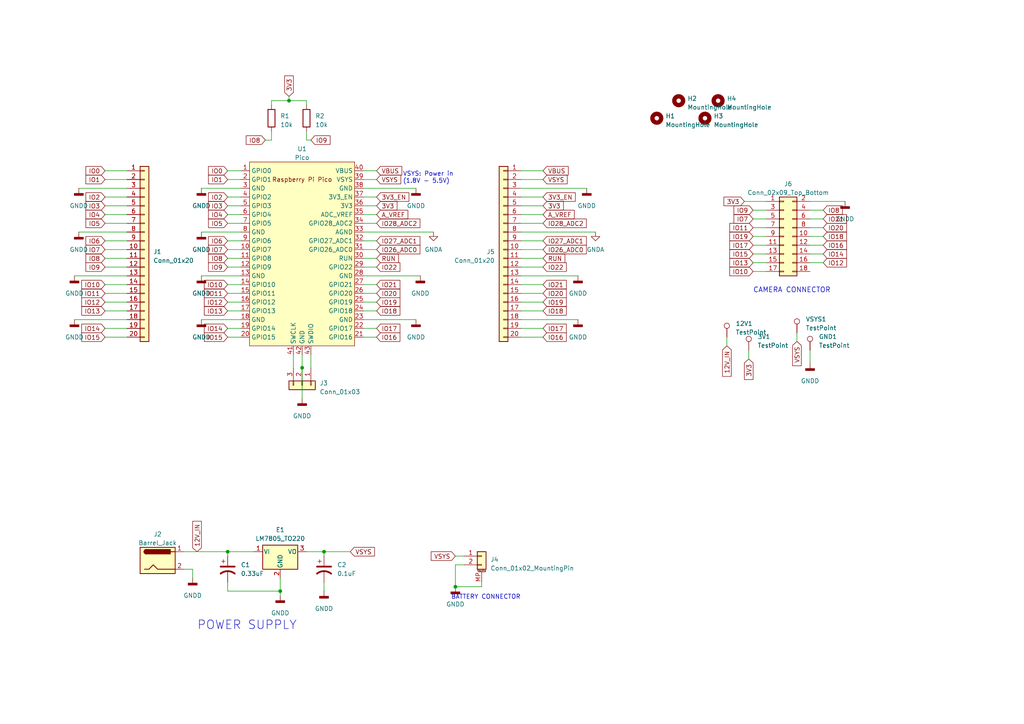
<source format=kicad_sch>
(kicad_sch (version 20230121) (generator eeschema)
  (paper "A4")
  (lib_symbols
    (symbol "Connector:Barrel_Jack" (pin_names (offset 1.016))
      (property "Reference" "J" (at 0 5.334 0))
      (property "Value" "Barrel_Jack" (at 0 -5.08 0))
      (symbol "Barrel_Jack_0_1"
        (rectangle (start -5.08 3.81) (end 5.08 -3.81) (stroke (width 0.254)) (fill (type background)))
        (arc (start -3.302 3.175) (mid -3.9343 2.54) (end -3.302 1.905) (stroke (width 0.254)))
        (arc (start -3.302 3.175) (mid -3.9343 2.54) (end -3.302 1.905) (stroke (width 0.254)) (fill (type outline)))
        (polyline (pts (xy 5.08 2.54) (xy 3.81 2.54)) (stroke (width 0.254)))
        (polyline (pts (xy -3.81 -2.54) (xy -2.54 -2.54) (xy -1.27 -1.27) (xy 0 -2.54) (xy 2.54 -2.54) (xy 5.08 -2.54)) (stroke (width 0.254)))
        (rectangle (start 3.683 3.175) (end -3.302 1.905) (stroke (width 0.254)) (fill (type outline)))
      )
      (symbol "Barrel_Jack_1_1"
        (pin passive line (at 7.62 2.54 180) (length 2.54) (name "~") (number "1"))
        (pin passive line (at 7.62 -2.54 180) (length 2.54) (name "~") (number "2"))
      )
    )
    (symbol "Connector:TestPoint" (pin_numbers hide) (pin_names (offset 0.762) hide)
      (property "Reference" "TP" (at 0 6.858 0))
      (property "Value" "TestPoint" (at 0 5.08 0))
      (symbol "TestPoint_0_1"
        (circle (center 0 3.302) (radius 0.762))
      )
      (symbol "TestPoint_1_1"
        (pin passive line (at 0 0 90) (length 2.54) (name "1") (number "1"))
      )
    )
    (symbol "Connector_Generic:Conn_01x03" (pin_names (offset 1.016) hide)
      (property "Reference" "J" (at 0 5.08 0))
      (property "Value" "Conn_01x03" (at 0 -5.08 0))
      (symbol "Conn_01x03_1_1"
        (rectangle (start -1.27 -2.413) (end 0 -2.667) (stroke (width 0.1524)))
        (rectangle (start -1.27 0.127) (end 0 -0.127) (stroke (width 0.1524)))
        (rectangle (start -1.27 2.667) (end 0 2.413) (stroke (width 0.1524)))
        (rectangle (start -1.27 3.81) (end 1.27 -3.81) (stroke (width 0.254)) (fill (type background)))
        (pin passive line (at -5.08 2.54 0) (length 3.81) (name "Pin_1") (number "1"))
        (pin passive line (at -5.08 0 0) (length 3.81) (name "Pin_2") (number "2"))
        (pin passive line (at -5.08 -2.54 0) (length 3.81) (name "Pin_3") (number "3"))
      )
    )
    (symbol "Connector_Generic:Conn_01x20" (pin_names (offset 1.016) hide)
      (property "Reference" "J" (at 0 25.4 0))
      (property "Value" "Conn_01x20" (at 0 -27.94 0))
      (symbol "Conn_01x20_1_1"
        (rectangle (start -1.27 -25.273) (end 0 -25.527) (stroke (width 0.1524)))
        (rectangle (start -1.27 -22.733) (end 0 -22.987) (stroke (width 0.1524)))
        (rectangle (start -1.27 -20.193) (end 0 -20.447) (stroke (width 0.1524)))
        (rectangle (start -1.27 -17.653) (end 0 -17.907) (stroke (width 0.1524)))
        (rectangle (start -1.27 -15.113) (end 0 -15.367) (stroke (width 0.1524)))
        (rectangle (start -1.27 -12.573) (end 0 -12.827) (stroke (width 0.1524)))
        (rectangle (start -1.27 -10.033) (end 0 -10.287) (stroke (width 0.1524)))
        (rectangle (start -1.27 -7.493) (end 0 -7.747) (stroke (width 0.1524)))
        (rectangle (start -1.27 -4.953) (end 0 -5.207) (stroke (width 0.1524)))
        (rectangle (start -1.27 -2.413) (end 0 -2.667) (stroke (width 0.1524)))
        (rectangle (start -1.27 0.127) (end 0 -0.127) (stroke (width 0.1524)))
        (rectangle (start -1.27 2.667) (end 0 2.413) (stroke (width 0.1524)))
        (rectangle (start -1.27 5.207) (end 0 4.953) (stroke (width 0.1524)))
        (rectangle (start -1.27 7.747) (end 0 7.493) (stroke (width 0.1524)))
        (rectangle (start -1.27 10.287) (end 0 10.033) (stroke (width 0.1524)))
        (rectangle (start -1.27 12.827) (end 0 12.573) (stroke (width 0.1524)))
        (rectangle (start -1.27 15.367) (end 0 15.113) (stroke (width 0.1524)))
        (rectangle (start -1.27 17.907) (end 0 17.653) (stroke (width 0.1524)))
        (rectangle (start -1.27 20.447) (end 0 20.193) (stroke (width 0.1524)))
        (rectangle (start -1.27 22.987) (end 0 22.733) (stroke (width 0.1524)))
        (rectangle (start -1.27 24.13) (end 1.27 -26.67) (stroke (width 0.254)) (fill (type background)))
        (pin passive line (at -5.08 22.86 0) (length 3.81) (name "Pin_1") (number "1"))
        (pin passive line (at -5.08 0 0) (length 3.81) (name "Pin_10") (number "10"))
        (pin passive line (at -5.08 -2.54 0) (length 3.81) (name "Pin_11") (number "11"))
        (pin passive line (at -5.08 -5.08 0) (length 3.81) (name "Pin_12") (number "12"))
        (pin passive line (at -5.08 -7.62 0) (length 3.81) (name "Pin_13") (number "13"))
        (pin passive line (at -5.08 -10.16 0) (length 3.81) (name "Pin_14") (number "14"))
        (pin passive line (at -5.08 -12.7 0) (length 3.81) (name "Pin_15") (number "15"))
        (pin passive line (at -5.08 -15.24 0) (length 3.81) (name "Pin_16") (number "16"))
        (pin passive line (at -5.08 -17.78 0) (length 3.81) (name "Pin_17") (number "17"))
        (pin passive line (at -5.08 -20.32 0) (length 3.81) (name "Pin_18") (number "18"))
        (pin passive line (at -5.08 -22.86 0) (length 3.81) (name "Pin_19") (number "19"))
        (pin passive line (at -5.08 20.32 0) (length 3.81) (name "Pin_2") (number "2"))
        (pin passive line (at -5.08 -25.4 0) (length 3.81) (name "Pin_20") (number "20"))
        (pin passive line (at -5.08 17.78 0) (length 3.81) (name "Pin_3") (number "3"))
        (pin passive line (at -5.08 15.24 0) (length 3.81) (name "Pin_4") (number "4"))
        (pin passive line (at -5.08 12.7 0) (length 3.81) (name "Pin_5") (number "5"))
        (pin passive line (at -5.08 10.16 0) (length 3.81) (name "Pin_6") (number "6"))
        (pin passive line (at -5.08 7.62 0) (length 3.81) (name "Pin_7") (number "7"))
        (pin passive line (at -5.08 5.08 0) (length 3.81) (name "Pin_8") (number "8"))
        (pin passive line (at -5.08 2.54 0) (length 3.81) (name "Pin_9") (number "9"))
      )
    )
    (symbol "Connector_Generic:Conn_02x09_Odd_Even" (pin_names (offset 1.016) hide)
      (property "Reference" "J" (at 1.27 12.7 0))
      (property "Value" "Conn_02x09_Odd_Even" (at 1.27 -12.7 0))
      (symbol "Conn_02x09_Odd_Even_1_1"
        (rectangle (start -1.27 -10.033) (end 0 -10.287) (stroke (width 0.1524)))
        (rectangle (start -1.27 -7.493) (end 0 -7.747) (stroke (width 0.1524)))
        (rectangle (start -1.27 -4.953) (end 0 -5.207) (stroke (width 0.1524)))
        (rectangle (start -1.27 -2.413) (end 0 -2.667) (stroke (width 0.1524)))
        (rectangle (start -1.27 0.127) (end 0 -0.127) (stroke (width 0.1524)))
        (rectangle (start -1.27 2.667) (end 0 2.413) (stroke (width 0.1524)))
        (rectangle (start -1.27 5.207) (end 0 4.953) (stroke (width 0.1524)))
        (rectangle (start -1.27 7.747) (end 0 7.493) (stroke (width 0.1524)))
        (rectangle (start -1.27 10.287) (end 0 10.033) (stroke (width 0.1524)))
        (rectangle (start -1.27 11.43) (end 3.81 -11.43) (stroke (width 0.254)) (fill (type background)))
        (rectangle (start 3.81 -10.033) (end 2.54 -10.287) (stroke (width 0.1524)))
        (rectangle (start 3.81 -7.493) (end 2.54 -7.747) (stroke (width 0.1524)))
        (rectangle (start 3.81 -4.953) (end 2.54 -5.207) (stroke (width 0.1524)))
        (rectangle (start 3.81 -2.413) (end 2.54 -2.667) (stroke (width 0.1524)))
        (rectangle (start 3.81 0.127) (end 2.54 -0.127) (stroke (width 0.1524)))
        (rectangle (start 3.81 2.667) (end 2.54 2.413) (stroke (width 0.1524)))
        (rectangle (start 3.81 5.207) (end 2.54 4.953) (stroke (width 0.1524)))
        (rectangle (start 3.81 7.747) (end 2.54 7.493) (stroke (width 0.1524)))
        (rectangle (start 3.81 10.287) (end 2.54 10.033) (stroke (width 0.1524)))
        (pin passive line (at -5.08 10.16 0) (length 3.81) (name "Pin_1") (number "1"))
        (pin passive line (at 7.62 0 180) (length 3.81) (name "Pin_10") (number "10"))
        (pin passive line (at -5.08 -2.54 0) (length 3.81) (name "Pin_11") (number "11"))
        (pin passive line (at 7.62 -2.54 180) (length 3.81) (name "Pin_12") (number "12"))
        (pin passive line (at -5.08 -5.08 0) (length 3.81) (name "Pin_13") (number "13"))
        (pin passive line (at 7.62 -5.08 180) (length 3.81) (name "Pin_14") (number "14"))
        (pin passive line (at -5.08 -7.62 0) (length 3.81) (name "Pin_15") (number "15"))
        (pin passive line (at 7.62 -7.62 180) (length 3.81) (name "Pin_16") (number "16"))
        (pin passive line (at -5.08 -10.16 0) (length 3.81) (name "Pin_17") (number "17"))
        (pin passive line (at 7.62 -10.16 180) (length 3.81) (name "Pin_18") (number "18"))
        (pin passive line (at 7.62 10.16 180) (length 3.81) (name "Pin_2") (number "2"))
        (pin passive line (at -5.08 7.62 0) (length 3.81) (name "Pin_3") (number "3"))
        (pin passive line (at 7.62 7.62 180) (length 3.81) (name "Pin_4") (number "4"))
        (pin passive line (at -5.08 5.08 0) (length 3.81) (name "Pin_5") (number "5"))
        (pin passive line (at 7.62 5.08 180) (length 3.81) (name "Pin_6") (number "6"))
        (pin passive line (at -5.08 2.54 0) (length 3.81) (name "Pin_7") (number "7"))
        (pin passive line (at 7.62 2.54 180) (length 3.81) (name "Pin_8") (number "8"))
        (pin passive line (at -5.08 0 0) (length 3.81) (name "Pin_9") (number "9"))
      )
    )
    (symbol "Connector_Generic_MountingPin:Conn_01x02_MountingPin" (pin_names (offset 1.016) hide)
      (property "Reference" "J" (at 0 2.54 0))
      (property "Value" "Conn_01x02_MountingPin" (at 1.27 -5.08 0))
      (symbol "Conn_01x02_MountingPin_1_1"
        (rectangle (start -1.27 -2.413) (end 0 -2.667) (stroke (width 0.1524)))
        (rectangle (start -1.27 0.127) (end 0 -0.127) (stroke (width 0.1524)))
        (rectangle (start -1.27 1.27) (end 1.27 -3.81) (stroke (width 0.254)) (fill (type background)))
        (polyline (pts (xy -1.016 -4.572) (xy 1.016 -4.572)) (stroke (width 0.1524)))
        (text "Mounting" (at 0 -4.191 0) (effects (font (size 0.381 0.381))))
        (pin passive line (at -5.08 0 0) (length 3.81) (name "Pin_1") (number "1"))
        (pin passive line (at -5.08 -2.54 0) (length 3.81) (name "Pin_2") (number "2"))
        (pin passive line (at 0 -7.62 90) (length 3.048) (name "MountPin") (number "MP"))
      )
    )
    (symbol "Device:C_Polarized_US" (pin_numbers hide) (pin_names (offset 0.254) hide)
      (property "Reference" "C" (at 0.635 2.54 0))
      (property "Value" "C_Polarized_US" (at 0.635 -2.54 0))
      (symbol "C_Polarized_US_0_1"
        (polyline (pts (xy -2.032 0.762) (xy 2.032 0.762)) (stroke (width 0.508)))
        (polyline (pts (xy -1.778 2.286) (xy -0.762 2.286)))
        (polyline (pts (xy -1.27 1.778) (xy -1.27 2.794)))
        (arc (start 2.032 -1.27) (mid 0 -0.5572) (end -2.032 -1.27) (stroke (width 0.508)))
      )
      (symbol "C_Polarized_US_1_1"
        (pin passive line (at 0 3.81 270) (length 2.794) (name "~") (number "1"))
        (pin passive line (at 0 -3.81 90) (length 3.302) (name "~") (number "2"))
      )
    )
    (symbol "Device:R" (pin_numbers hide) (pin_names (offset 0))
      (property "Reference" "R" (at 2.032 0 90))
      (property "Value" "R" (at 0 0 90))
      (symbol "R_0_1"
        (rectangle (start -1.016 -2.54) (end 1.016 2.54) (stroke (width 0.254)))
      )
      (symbol "R_1_1"
        (pin passive line (at 0 3.81 270) (length 1.27) (name "~") (number "1"))
        (pin passive line (at 0 -3.81 90) (length 1.27) (name "~") (number "2"))
      )
    )
    (symbol "MCU_RaspberryPi_and_Boards:Pico"
      (property "Reference" "U" (at -13.97 27.94 0))
      (property "Value" "Pico" (at 0 19.05 0))
      (symbol "Pico_0_0"
        (text "Raspberry Pi Pico" (at 0 21.59 0) (effects (font (size 1.27 1.27))))
      )
      (symbol "Pico_0_1"
        (rectangle (start -15.24 26.67) (end 15.24 -26.67) (fill (type background)))
      )
      (symbol "Pico_1_1"
        (pin bidirectional line (at -17.78 24.13 0) (length 2.54) (name "GPIO0") (number "1"))
        (pin bidirectional line (at -17.78 1.27 0) (length 2.54) (name "GPIO7") (number "10"))
        (pin bidirectional line (at -17.78 -1.27 0) (length 2.54) (name "GPIO8") (number "11"))
        (pin bidirectional line (at -17.78 -3.81 0) (length 2.54) (name "GPIO9") (number "12"))
        (pin power_in line (at -17.78 -6.35 0) (length 2.54) (name "GND") (number "13"))
        (pin bidirectional line (at -17.78 -8.89 0) (length 2.54) (name "GPIO10") (number "14"))
        (pin bidirectional line (at -17.78 -11.43 0) (length 2.54) (name "GPIO11") (number "15"))
        (pin bidirectional line (at -17.78 -13.97 0) (length 2.54) (name "GPIO12") (number "16"))
        (pin bidirectional line (at -17.78 -16.51 0) (length 2.54) (name "GPIO13") (number "17"))
        (pin power_in line (at -17.78 -19.05 0) (length 2.54) (name "GND") (number "18"))
        (pin bidirectional line (at -17.78 -21.59 0) (length 2.54) (name "GPIO14") (number "19"))
        (pin bidirectional line (at -17.78 21.59 0) (length 2.54) (name "GPIO1") (number "2"))
        (pin bidirectional line (at -17.78 -24.13 0) (length 2.54) (name "GPIO15") (number "20"))
        (pin bidirectional line (at 17.78 -24.13 180) (length 2.54) (name "GPIO16") (number "21"))
        (pin bidirectional line (at 17.78 -21.59 180) (length 2.54) (name "GPIO17") (number "22"))
        (pin power_in line (at 17.78 -19.05 180) (length 2.54) (name "GND") (number "23"))
        (pin bidirectional line (at 17.78 -16.51 180) (length 2.54) (name "GPIO18") (number "24"))
        (pin bidirectional line (at 17.78 -13.97 180) (length 2.54) (name "GPIO19") (number "25"))
        (pin bidirectional line (at 17.78 -11.43 180) (length 2.54) (name "GPIO20") (number "26"))
        (pin bidirectional line (at 17.78 -8.89 180) (length 2.54) (name "GPIO21") (number "27"))
        (pin power_in line (at 17.78 -6.35 180) (length 2.54) (name "GND") (number "28"))
        (pin bidirectional line (at 17.78 -3.81 180) (length 2.54) (name "GPIO22") (number "29"))
        (pin power_in line (at -17.78 19.05 0) (length 2.54) (name "GND") (number "3"))
        (pin input line (at 17.78 -1.27 180) (length 2.54) (name "RUN") (number "30"))
        (pin bidirectional line (at 17.78 1.27 180) (length 2.54) (name "GPIO26_ADC0") (number "31"))
        (pin bidirectional line (at 17.78 3.81 180) (length 2.54) (name "GPIO27_ADC1") (number "32"))
        (pin power_in line (at 17.78 6.35 180) (length 2.54) (name "AGND") (number "33"))
        (pin bidirectional line (at 17.78 8.89 180) (length 2.54) (name "GPIO28_ADC2") (number "34"))
        (pin power_in line (at 17.78 11.43 180) (length 2.54) (name "ADC_VREF") (number "35"))
        (pin power_in line (at 17.78 13.97 180) (length 2.54) (name "3V3") (number "36"))
        (pin input line (at 17.78 16.51 180) (length 2.54) (name "3V3_EN") (number "37"))
        (pin bidirectional line (at 17.78 19.05 180) (length 2.54) (name "GND") (number "38"))
        (pin power_in line (at 17.78 21.59 180) (length 2.54) (name "VSYS") (number "39"))
        (pin bidirectional line (at -17.78 16.51 0) (length 2.54) (name "GPIO2") (number "4"))
        (pin power_in line (at 17.78 24.13 180) (length 2.54) (name "VBUS") (number "40"))
        (pin input line (at -2.54 -29.21 90) (length 2.54) (name "SWCLK") (number "41"))
        (pin power_in line (at 0 -29.21 90) (length 2.54) (name "GND") (number "42"))
        (pin bidirectional line (at 2.54 -29.21 90) (length 2.54) (name "SWDIO") (number "43"))
        (pin bidirectional line (at -17.78 13.97 0) (length 2.54) (name "GPIO3") (number "5"))
        (pin bidirectional line (at -17.78 11.43 0) (length 2.54) (name "GPIO4") (number "6"))
        (pin bidirectional line (at -17.78 8.89 0) (length 2.54) (name "GPIO5") (number "7"))
        (pin power_in line (at -17.78 6.35 0) (length 2.54) (name "GND") (number "8"))
        (pin bidirectional line (at -17.78 3.81 0) (length 2.54) (name "GPIO6") (number "9"))
      )
    )
    (symbol "Mechanical:MountingHole" (pin_names (offset 1.016))
      (property "Reference" "H" (at 0 5.08 0))
      (property "Value" "MountingHole" (at 0 3.175 0))
      (symbol "MountingHole_0_1"
        (circle (center 0 0) (radius 1.27) (stroke (width 1.27)))
      )
    )
    (symbol "Regulator_Linear:LM7805_TO220" (pin_names (offset 0.254))
      (property "Reference" "U" (at -3.81 3.175 0))
      (property "Value" "LM7805_TO220" (at 0 3.175 0))
      (symbol "LM7805_TO220_0_1"
        (rectangle (start -5.08 1.905) (end 5.08 -5.08) (stroke (width 0.254)) (fill (type background)))
      )
      (symbol "LM7805_TO220_1_1"
        (pin power_in line (at -7.62 0 0) (length 2.54) (name "VI") (number "1"))
        (pin power_in line (at 0 -7.62 90) (length 2.54) (name "GND") (number "2"))
        (pin power_out line (at 7.62 0 180) (length 2.54) (name "VO") (number "3"))
      )
    )
    (symbol "power:GNDA" (power) (pin_names (offset 0))
      (property "Value" "GNDA" (at 0 -3.81 0))
      (symbol "GNDA_0_1"
        (polyline (pts (xy 0 0) (xy 0 -1.27) (xy 1.27 -1.27) (xy 0 -2.54) (xy -1.27 -1.27) (xy 0 -1.27)))
      )
      (symbol "GNDA_1_1"
        (pin power_in line (at 0 0 270) (length 0) hide (name "GNDA") (number "1"))
      )
    )
    (symbol "power:GNDD" (power) (pin_names (offset 0))
      (property "Value" "GNDD" (at 0 -3.175 0))
      (symbol "GNDD_0_1"
        (rectangle (start -1.27 -1.524) (end 1.27 -2.032) (stroke (width 0.254)) (fill (type outline)))
        (polyline (pts (xy 0 0) (xy 0 -1.524)))
      )
      (symbol "GNDD_1_1"
        (pin power_in line (at 0 0 270) (length 0) hide (name "GNDD") (number "1"))
      )
    )
  )
  (junction (at 81.28 171.45))
  (junction (at 87.63 106.68))
  (junction (at 66.04 160.02))
  (junction (at 132.08 170.18))
  (junction (at 83.82 29.21))
  (junction (at 93.98 160.02))
  (wire (pts (xy 69.85 87.63) (xy 66.04 87.63)))
  (wire (pts (xy 30.48 90.17) (xy 36.83 90.17)))
  (wire (pts (xy 88.9 160.02) (xy 93.98 160.02)))
  (wire (pts (xy 238.76 66.04) (xy 234.95 66.04)))
  (wire (pts (xy 88.9 29.21) (xy 88.9 30.48)))
  (wire (pts (xy 238.76 63.5) (xy 234.95 63.5)))
  (wire (pts (xy 157.48 72.39) (xy 151.13 72.39)))
  (wire (pts (xy 238.76 73.66) (xy 234.95 73.66)))
  (wire (pts (xy 30.48 87.63) (xy 36.83 87.63)))
  (wire (pts (xy 69.85 52.07) (xy 66.04 52.07)))
  (wire (pts (xy 172.72 67.31) (xy 151.13 67.31)))
  (wire (pts (xy 87.63 106.68) (xy 87.63 102.87)))
  (wire (pts (xy 210.82 97.79) (xy 210.82 100.33)))
  (wire (pts (xy 69.85 69.85) (xy 66.04 69.85)))
  (wire (pts (xy 85.09 102.87) (xy 85.09 106.68)))
  (wire (pts (xy 121.92 80.01) (xy 105.41 80.01)))
  (wire (pts (xy 69.85 59.69) (xy 66.04 59.69)))
  (wire (pts (xy 132.08 170.18) (xy 139.7 170.18)))
  (wire (pts (xy 157.48 64.77) (xy 151.13 64.77)))
  (wire (pts (xy 105.41 74.93) (xy 109.22 74.93)))
  (wire (pts (xy 22.86 67.31) (xy 36.83 67.31)))
  (wire (pts (xy 105.41 97.79) (xy 109.22 97.79)))
  (wire (pts (xy 69.85 82.55) (xy 66.04 82.55)))
  (wire (pts (xy 157.48 85.09) (xy 151.13 85.09)))
  (wire (pts (xy 93.98 168.91) (xy 93.98 171.45)))
  (wire (pts (xy 215.9 58.42) (xy 222.25 58.42)))
  (wire (pts (xy 157.48 97.79) (xy 151.13 97.79)))
  (wire (pts (xy 69.85 64.77) (xy 66.04 64.77)))
  (wire (pts (xy 69.85 77.47) (xy 66.04 77.47)))
  (wire (pts (xy 105.41 64.77) (xy 109.22 64.77)))
  (wire (pts (xy 58.42 67.31) (xy 69.85 67.31)))
  (wire (pts (xy 170.18 54.61) (xy 151.13 54.61)))
  (wire (pts (xy 78.74 30.48) (xy 78.74 29.21)))
  (wire (pts (xy 76.9682 40.64) (xy 78.74 40.64)))
  (wire (pts (xy 30.48 74.93) (xy 36.83 74.93)))
  (wire (pts (xy 81.28 167.64) (xy 81.28 171.45)))
  (wire (pts (xy 93.98 160.02) (xy 101.6 160.02)))
  (wire (pts (xy 157.48 57.15) (xy 151.13 57.15)))
  (wire (pts (xy 81.28 171.45) (xy 81.28 172.72)))
  (wire (pts (xy 134.62 163.83) (xy 132.08 163.83)))
  (wire (pts (xy 218.44 60.96) (xy 222.25 60.96)))
  (wire (pts (xy 66.04 160.02) (xy 66.04 161.29)))
  (wire (pts (xy 58.42 92.71) (xy 69.85 92.71)))
  (wire (pts (xy 157.48 82.55) (xy 151.13 82.55)))
  (wire (pts (xy 105.41 62.23) (xy 109.22 62.23)))
  (wire (pts (xy 120.65 92.71) (xy 105.41 92.71)))
  (wire (pts (xy 90.17 40.64) (xy 88.9 40.64)))
  (wire (pts (xy 30.48 69.85) (xy 36.83 69.85)))
  (wire (pts (xy 69.85 62.23) (xy 66.04 62.23)))
  (wire (pts (xy 90.17 102.87) (xy 90.17 106.68)))
  (wire (pts (xy 105.41 95.25) (xy 109.22 95.25)))
  (wire (pts (xy 87.63 115.57) (xy 87.63 106.68)))
  (wire (pts (xy 105.41 82.55) (xy 109.22 82.55)))
  (wire (pts (xy 78.74 40.64) (xy 78.74 38.1)))
  (wire (pts (xy 218.44 78.74) (xy 222.25 78.74)))
  (wire (pts (xy 69.85 95.25) (xy 66.04 95.25)))
  (wire (pts (xy 132.08 161.29) (xy 134.62 161.29)))
  (wire (pts (xy 69.85 57.15) (xy 66.04 57.15)))
  (wire (pts (xy 30.48 59.69) (xy 36.83 59.69)))
  (wire (pts (xy 218.44 76.2) (xy 222.25 76.2)))
  (wire (pts (xy 69.85 97.79) (xy 66.04 97.79)))
  (wire (pts (xy 157.48 74.93) (xy 151.13 74.93)))
  (wire (pts (xy 238.76 76.2) (xy 234.95 76.2)))
  (wire (pts (xy 69.85 74.93) (xy 66.04 74.93)))
  (wire (pts (xy 218.44 68.58) (xy 222.25 68.58)))
  (wire (pts (xy 157.48 52.07) (xy 151.13 52.07)))
  (wire (pts (xy 69.85 49.53) (xy 66.04 49.53)))
  (wire (pts (xy 30.48 64.77) (xy 36.83 64.77)))
  (wire (pts (xy 218.44 63.5) (xy 222.25 63.5)))
  (wire (pts (xy 105.41 52.07) (xy 109.22 52.07)))
  (wire (pts (xy 69.85 90.17) (xy 66.04 90.17)))
  (wire (pts (xy 78.74 29.21) (xy 83.82 29.21)))
  (wire (pts (xy 58.42 80.01) (xy 69.85 80.01)))
  (wire (pts (xy 53.34 160.02) (xy 66.04 160.02)))
  (wire (pts (xy 105.41 59.69) (xy 109.22 59.69)))
  (wire (pts (xy 245.11 58.42) (xy 234.95 58.42)))
  (wire (pts (xy 93.98 160.02) (xy 93.98 161.29)))
  (wire (pts (xy 30.48 57.15) (xy 36.83 57.15)))
  (wire (pts (xy 157.48 69.85) (xy 151.13 69.85)))
  (wire (pts (xy 55.88 165.1) (xy 53.34 165.1)))
  (wire (pts (xy 30.48 95.25) (xy 36.83 95.25)))
  (wire (pts (xy 105.41 85.09) (xy 109.22 85.09)))
  (wire (pts (xy 30.48 85.09) (xy 36.83 85.09)))
  (wire (pts (xy 30.48 77.47) (xy 36.83 77.47)))
  (wire (pts (xy 105.41 54.61) (xy 120.65 54.61)))
  (wire (pts (xy 69.85 72.39) (xy 66.04 72.39)))
  (wire (pts (xy 157.48 87.63) (xy 151.13 87.63)))
  (wire (pts (xy 55.88 167.64) (xy 55.88 165.1)))
  (wire (pts (xy 105.41 57.15) (xy 109.22 57.15)))
  (wire (pts (xy 157.48 77.47) (xy 151.13 77.47)))
  (wire (pts (xy 30.48 72.39) (xy 36.83 72.39)))
  (wire (pts (xy 66.04 160.02) (xy 73.66 160.02)))
  (wire (pts (xy 105.41 72.39) (xy 109.22 72.39)))
  (wire (pts (xy 157.48 49.53) (xy 151.13 49.53)))
  (wire (pts (xy 88.9 40.64) (xy 88.9 38.1)))
  (wire (pts (xy 105.41 77.47) (xy 109.22 77.47)))
  (wire (pts (xy 218.44 73.66) (xy 222.25 73.66)))
  (wire (pts (xy 21.59 80.01) (xy 36.83 80.01)))
  (wire (pts (xy 238.76 60.96) (xy 234.95 60.96)))
  (wire (pts (xy 231.14 96.52) (xy 231.14 99.06)))
  (wire (pts (xy 167.64 92.71) (xy 151.13 92.71)))
  (wire (pts (xy 30.48 49.53) (xy 36.83 49.53)))
  (wire (pts (xy 105.41 90.17) (xy 109.22 90.17)))
  (wire (pts (xy 30.48 52.07) (xy 36.83 52.07)))
  (wire (pts (xy 83.82 27.94) (xy 83.82 29.21)))
  (wire (pts (xy 157.48 90.17) (xy 151.13 90.17)))
  (wire (pts (xy 238.76 71.12) (xy 234.95 71.12)))
  (wire (pts (xy 132.08 163.83) (xy 132.08 170.18)))
  (wire (pts (xy 66.04 168.91) (xy 66.04 171.45)))
  (wire (pts (xy 218.44 71.12) (xy 222.25 71.12)))
  (wire (pts (xy 157.48 95.25) (xy 151.13 95.25)))
  (wire (pts (xy 234.95 101.6) (xy 234.95 105.41)))
  (wire (pts (xy 217.17 101.6) (xy 217.17 104.14)))
  (wire (pts (xy 66.04 171.45) (xy 81.28 171.45)))
  (wire (pts (xy 21.59 92.71) (xy 36.83 92.71)))
  (wire (pts (xy 69.85 85.09) (xy 66.04 85.09)))
  (wire (pts (xy 218.44 66.04) (xy 222.25 66.04)))
  (wire (pts (xy 22.86 54.61) (xy 36.83 54.61)))
  (wire (pts (xy 238.76 68.58) (xy 234.95 68.58)))
  (wire (pts (xy 157.48 59.69) (xy 151.13 59.69)))
  (wire (pts (xy 58.42 54.61) (xy 69.85 54.61)))
  (wire (pts (xy 167.64 80.01) (xy 151.13 80.01)))
  (wire (pts (xy 83.82 29.21) (xy 88.9 29.21)))
  (wire (pts (xy 105.41 49.53) (xy 109.22 49.53)))
  (wire (pts (xy 30.48 82.55) (xy 36.83 82.55)))
  (wire (pts (xy 139.7 168.91) (xy 139.7 170.18)))
  (wire (pts (xy 105.41 87.63) (xy 109.22 87.63)))
  (wire (pts (xy 30.48 62.23) (xy 36.83 62.23)))
  (wire (pts (xy 125.73 67.31) (xy 105.41 67.31)))
  (wire (pts (xy 157.48 62.23) (xy 151.13 62.23)))
  (wire (pts (xy 30.48 97.79) (xy 36.83 97.79)))
  (wire (pts (xy 105.41 69.85) (xy 109.22 69.85)))
  (text "BATTERY CONNECTOR" (at 130.81 173.99 0) (effects (font (size 1.27 1.27)) (justify left bottom)))
  (text "POWER SUPPLY" (at 57.15 182.88 0) (effects (font (size 2.5 2.5)) (justify left bottom)))
  (text "VSYS: Power in\n(1.8V - 5.5V)" (at 116.84 53.34 0) (effects (font (size 1.27 1.27)) (justify left bottom)))
  (text "CAMERA CONNECTOR" (at 218.44 85.09 0) (effects (font (size 1.45 1.45)) (justify left bottom)))
  (global_label "IO4" (shape input) (at 30.48 62.23 180) (property "Intersheetrefs" "${INTERSHEET_REFS}" (effects hide)))
  (global_label "IO15" (shape input) (at 66.04 97.79 180) (property "Intersheetrefs" "${INTERSHEET_REFS}" (effects hide)))
  (global_label "A_VREF" (shape input) (at 109.22 62.23 0) (property "Intersheetrefs" "${INTERSHEET_REFS}" (effects hide)))
  (global_label "IO6" (shape input) (at 66.04 69.85 180) (property "Intersheetrefs" "${INTERSHEET_REFS}" (effects hide)))
  (global_label "IO19" (shape input) (at 157.48 87.63 0) (property "Intersheetrefs" "${INTERSHEET_REFS}" (effects hide)))
  (global_label "VSYS" (shape input) (at 157.48 52.07 0) (property "Intersheetrefs" "${INTERSHEET_REFS}" (effects hide)))
  (global_label "A_VREF" (shape input) (at 157.48 62.23 0) (property "Intersheetrefs" "${INTERSHEET_REFS}" (effects hide)))
  (global_label "VBUS" (shape input) (at 109.22 49.53 0) (property "Intersheetrefs" "${INTERSHEET_REFS}" (effects hide)))
  (global_label "3V3_EN" (shape input) (at 157.48 57.15 0) (property "Intersheetrefs" "${INTERSHEET_REFS}" (effects hide)))
  (global_label "3V3" (shape input) (at 109.22 59.69 0) (property "Intersheetrefs" "${INTERSHEET_REFS}" (effects hide)))
  (global_label "3V3_EN" (shape input) (at 109.22 57.15 0) (property "Intersheetrefs" "${INTERSHEET_REFS}" (effects hide)))
  (global_label "IO16" (shape input) (at 238.76 71.12 0) (property "Intersheetrefs" "${INTERSHEET_REFS}" (effects hide)))
  (global_label "IO8" (shape input) (at 238.76 60.96 0) (property "Intersheetrefs" "${INTERSHEET_REFS}" (effects hide)))
  (global_label "IO21" (shape input) (at 157.48 82.55 0) (property "Intersheetrefs" "${INTERSHEET_REFS}" (effects hide)))
  (global_label "VSYS" (shape input) (at 109.22 52.07 0) (property "Intersheetrefs" "${INTERSHEET_REFS}" (effects hide)))
  (global_label "IO18" (shape input) (at 157.48 90.17 0) (property "Intersheetrefs" "${INTERSHEET_REFS}" (effects hide)))
  (global_label "IO1" (shape input) (at 66.04 52.07 180) (property "Intersheetrefs" "${INTERSHEET_REFS}" (effects hide)))
  (global_label "IO1" (shape input) (at 30.48 52.07 180) (property "Intersheetrefs" "${INTERSHEET_REFS}" (effects hide)))
  (global_label "IO9" (shape input) (at 218.44 60.96 180) (property "Intersheetrefs" "${INTERSHEET_REFS}" (effects hide)))
  (global_label "VBUS" (shape input) (at 157.48 49.53 0) (property "Intersheetrefs" "${INTERSHEET_REFS}" (effects hide)))
  (global_label "IO13" (shape input) (at 218.44 76.2 180) (property "Intersheetrefs" "${INTERSHEET_REFS}" (effects hide)))
  (global_label "IO3" (shape input) (at 30.48 59.69 180) (property "Intersheetrefs" "${INTERSHEET_REFS}" (effects hide)))
  (global_label "IO3" (shape input) (at 66.04 59.69 180) (property "Intersheetrefs" "${INTERSHEET_REFS}" (effects hide)))
  (global_label "IO17" (shape input) (at 157.48 95.25 0) (property "Intersheetrefs" "${INTERSHEET_REFS}" (effects hide)))
  (global_label "IO11" (shape input) (at 66.04 85.09 180) (property "Intersheetrefs" "${INTERSHEET_REFS}" (effects hide)))
  (global_label "IO16" (shape input) (at 157.48 97.79 0) (property "Intersheetrefs" "${INTERSHEET_REFS}" (effects hide)))
  (global_label "IO13" (shape input) (at 30.48 90.17 180) (property "Intersheetrefs" "${INTERSHEET_REFS}" (effects hide)))
  (global_label "IO21" (shape input) (at 238.76 63.5 0) (property "Intersheetrefs" "${INTERSHEET_REFS}" (effects hide)))
  (global_label "IO20" (shape input) (at 238.76 66.04 0) (property "Intersheetrefs" "${INTERSHEET_REFS}" (effects hide)))
  (global_label "IO7" (shape input) (at 218.44 63.5 180) (property "Intersheetrefs" "${INTERSHEET_REFS}" (effects hide)))
  (global_label "IO17" (shape input) (at 218.44 71.12 180) (property "Intersheetrefs" "${INTERSHEET_REFS}" (effects hide)))
  (global_label "3V3" (shape input) (at 215.9 58.42 180) (property "Intersheetrefs" "${INTERSHEET_REFS}" (effects hide)))
  (global_label "IO20" (shape input) (at 109.22 85.09 0) (property "Intersheetrefs" "${INTERSHEET_REFS}" (effects hide)))
  (global_label "IO27_ADC1" (shape input) (at 157.48 69.85 0) (property "Intersheetrefs" "${INTERSHEET_REFS}" (effects hide)))
  (global_label "IO0" (shape input) (at 66.04 49.53 180) (property "Intersheetrefs" "${INTERSHEET_REFS}" (effects hide)))
  (global_label "3V3" (shape input) (at 83.82 27.94 90) (property "Intersheetrefs" "${INTERSHEET_REFS}" (effects hide)))
  (global_label "IO2" (shape input) (at 66.04 57.15 180) (property "Intersheetrefs" "${INTERSHEET_REFS}" (effects hide)))
  (global_label "IO2" (shape input) (at 30.48 57.15 180) (property "Intersheetrefs" "${INTERSHEET_REFS}" (effects hide)))
  (global_label "RUN" (shape input) (at 109.22 74.93 0) (property "Intersheetrefs" "${INTERSHEET_REFS}" (effects hide)))
  (global_label "IO27_ADC1" (shape input) (at 109.22 69.85 0) (property "Intersheetrefs" "${INTERSHEET_REFS}" (effects hide)))
  (global_label "IO22" (shape input) (at 109.22 77.47 0) (property "Intersheetrefs" "${INTERSHEET_REFS}" (effects hide)))
  (global_label "IO28_ADC2" (shape input) (at 109.22 64.77 0) (property "Intersheetrefs" "${INTERSHEET_REFS}" (effects hide)))
  (global_label "IO10" (shape input) (at 66.04 82.55 180) (property "Intersheetrefs" "${INTERSHEET_REFS}" (effects hide)))
  (global_label "IO5" (shape input) (at 30.48 64.77 180) (property "Intersheetrefs" "${INTERSHEET_REFS}" (effects hide)))
  (global_label "IO14" (shape input) (at 238.76 73.66 0) (property "Intersheetrefs" "${INTERSHEET_REFS}" (effects hide)))
  (global_label "IO20" (shape input) (at 157.48 85.09 0) (property "Intersheetrefs" "${INTERSHEET_REFS}" (effects hide)))
  (global_label "IO14" (shape input) (at 30.48 95.25 180) (property "Intersheetrefs" "${INTERSHEET_REFS}" (effects hide)))
  (global_label "IO15" (shape input) (at 218.44 73.66 180) (property "Intersheetrefs" "${INTERSHEET_REFS}" (effects hide)))
  (global_label "IO19" (shape input) (at 218.44 68.58 180) (property "Intersheetrefs" "${INTERSHEET_REFS}" (effects hide)))
  (global_label "IO13" (shape input) (at 66.04 90.17 180) (property "Intersheetrefs" "${INTERSHEET_REFS}" (effects hide)))
  (global_label "IO14" (shape input) (at 66.04 95.25 180) (property "Intersheetrefs" "${INTERSHEET_REFS}" (effects hide)))
  (global_label "IO26_ADC0" (shape input) (at 157.48 72.39 0) (property "Intersheetrefs" "${INTERSHEET_REFS}" (effects hide)))
  (global_label "IO9" (shape input) (at 66.04 77.47 180) (property "Intersheetrefs" "${INTERSHEET_REFS}" (effects hide)))
  (global_label "IO15" (shape input) (at 30.48 97.79 180) (property "Intersheetrefs" "${INTERSHEET_REFS}" (effects hide)))
  (global_label "12V_IN" (shape input) (at 210.82 100.33 270) (property "Intersheetrefs" "${INTERSHEET_REFS}" (effects hide)))
  (global_label "IO6" (shape input) (at 30.48 69.85 180) (property "Intersheetrefs" "${INTERSHEET_REFS}" (effects hide)))
  (global_label "IO18" (shape input) (at 109.22 90.17 0) (property "Intersheetrefs" "${INTERSHEET_REFS}" (effects hide)))
  (global_label "12V_IN" (shape input) (at 57.15 160.02 90) (property "Intersheetrefs" "${INTERSHEET_REFS}" (effects hide)))
  (global_label "IO4" (shape input) (at 66.04 62.23 180) (property "Intersheetrefs" "${INTERSHEET_REFS}" (effects hide)))
  (global_label "IO8" (shape input) (at 66.04 74.93 180) (property "Intersheetrefs" "${INTERSHEET_REFS}" (effects hide)))
  (global_label "IO10" (shape input) (at 218.44 78.74 180) (property "Intersheetrefs" "${INTERSHEET_REFS}" (effects hide)))
  (global_label "VSYS" (shape input) (at 132.08 161.29 180) (property "Intersheetrefs" "${INTERSHEET_REFS}" (effects hide)))
  (global_label "IO12" (shape input) (at 238.76 76.2 0) (property "Intersheetrefs" "${INTERSHEET_REFS}" (effects hide)))
  (global_label "3V3" (shape input) (at 217.17 104.14 270) (property "Intersheetrefs" "${INTERSHEET_REFS}" (effects hide)))
  (global_label "RUN" (shape input) (at 157.48 74.93 0) (property "Intersheetrefs" "${INTERSHEET_REFS}" (effects hide)))
  (global_label "IO26_ADC0" (shape input) (at 109.22 72.39 0) (property "Intersheetrefs" "${INTERSHEET_REFS}" (effects hide)))
  (global_label "IO12" (shape input) (at 66.04 87.63 180) (property "Intersheetrefs" "${INTERSHEET_REFS}" (effects hide)))
  (global_label "IO11" (shape input) (at 218.44 66.04 180) (property "Intersheetrefs" "${INTERSHEET_REFS}" (effects hide)))
  (global_label "3V3" (shape input) (at 157.48 59.69 0) (property "Intersheetrefs" "${INTERSHEET_REFS}" (effects hide)))
  (global_label "IO0" (shape input) (at 30.48 49.53 180) (property "Intersheetrefs" "${INTERSHEET_REFS}" (effects hide)))
  (global_label "IO22" (shape input) (at 157.48 77.47 0) (property "Intersheetrefs" "${INTERSHEET_REFS}" (effects hide)))
  (global_label "IO12" (shape input) (at 30.48 87.63 180) (property "Intersheetrefs" "${INTERSHEET_REFS}" (effects hide)))
  (global_label "IO8" (shape input) (at 30.48 74.93 180) (property "Intersheetrefs" "${INTERSHEET_REFS}" (effects hide)))
  (global_label "VSYS" (shape input) (at 231.14 99.06 270) (property "Intersheetrefs" "${INTERSHEET_REFS}" (effects hide)))
  (global_label "IO28_ADC2" (shape input) (at 157.48 64.77 0) (property "Intersheetrefs" "${INTERSHEET_REFS}" (effects hide)))
  (global_label "IO7" (shape input) (at 30.48 72.39 180) (property "Intersheetrefs" "${INTERSHEET_REFS}" (effects hide)))
  (global_label "VSYS" (shape input) (at 101.6 160.02 0) (property "Intersheetrefs" "${INTERSHEET_REFS}" (effects hide)))
  (global_label "IO8" (shape input) (at 76.9682 40.64 180) (property "Intersheetrefs" "${INTERSHEET_REFS}" (effects hide)))
  (global_label "IO10" (shape input) (at 30.48 82.55 180) (property "Intersheetrefs" "${INTERSHEET_REFS}" (effects hide)))
  (global_label "IO9" (shape input) (at 30.48 77.47 180) (property "Intersheetrefs" "${INTERSHEET_REFS}" (effects hide)))
  (global_label "IO5" (shape input) (at 66.04 64.77 180) (property "Intersheetrefs" "${INTERSHEET_REFS}" (effects hide)))
  (global_label "IO11" (shape input) (at 30.48 85.09 180) (property "Intersheetrefs" "${INTERSHEET_REFS}" (effects hide)))
  (global_label "IO17" (shape input) (at 109.22 95.25 0) (property "Intersheetrefs" "${INTERSHEET_REFS}" (effects hide)))
  (global_label "IO19" (shape input) (at 109.22 87.63 0) (property "Intersheetrefs" "${INTERSHEET_REFS}" (effects hide)))
  (global_label "IO18" (shape input) (at 238.76 68.58 0) (property "Intersheetrefs" "${INTERSHEET_REFS}" (effects hide)))
  (global_label "IO9" (shape input) (at 90.17 40.64 0) (property "Intersheetrefs" "${INTERSHEET_REFS}" (effects hide)))
  (global_label "IO7" (shape input) (at 66.04 72.39 180) (property "Intersheetrefs" "${INTERSHEET_REFS}" (effects hide)))
  (global_label "IO21" (shape input) (at 109.22 82.55 0) (property "Intersheetrefs" "${INTERSHEET_REFS}" (effects hide)))
  (global_label "IO16" (shape input) (at 109.22 97.79 0) (property "Intersheetrefs" "${INTERSHEET_REFS}" (effects hide)))
  (symbol (lib_id "power:GNDD") (at 167.64 92.71 0) (unit 1)
    (property "Reference" "#PWR019" (effects hide))
    (property "Value" "GNDD" (at 167.64 97.79 0))
  )
  (symbol (lib_id "Connector_Generic:Conn_01x03") (at 87.63 111.76 270) (unit 1)
    (property "Reference" "J3" (at 92.71 111.125 90) (effects (justify left)))
    (property "Value" "Conn_01x03" (at 92.71 113.665 90) (effects (justify left)))
    (property "Footprint" "Connector_PinSocket_2.54mm:PinSocket_1x03_P2.54mm_Vertical" (effects hide))
  )
  (symbol (lib_id "Connector_Generic_MountingPin:Conn_01x02_MountingPin") (at 139.7 161.29 0) (unit 1)
    (property "Reference" "J4" (at 142.24 162.2806 0) (effects (justify left)))
    (property "Value" "Conn_01x02_MountingPin" (at 142.24 164.8206 0) (effects (justify left)))
    (property "Footprint" "Connector_JST:JST_EH_B2B-EH-A_1x02_P2.50mm_Vertical" (effects hide))
  )
  (symbol (lib_id "Device:C_Polarized_US") (at 93.98 165.1 0) (unit 1)
    (property "Reference" "C2" (at 97.79 163.83 0) (effects (justify left)))
    (property "Value" "0.1uF" (at 97.79 166.37 0) (effects (justify left)))
    (property "Footprint" "Capacitor_THT:CP_Radial_D5.0mm_P2.50mm" (effects hide))
  )
  (symbol (lib_id "Connector:TestPoint") (at 210.82 97.79 0) (unit 1)
    (property "Reference" "12V1" (at 213.36 93.853 0) (effects (justify left)))
    (property "Value" "TestPoint" (at 213.36 96.393 0) (effects (justify left)))
    (property "Footprint" "TestPoint:TestPoint_Pad_D1.5mm" (effects hide))
  )
  (symbol (lib_id "Device:C_Polarized_US") (at 66.04 165.1 0) (unit 1)
    (property "Reference" "C1" (at 69.85 163.83 0) (effects (justify left)))
    (property "Value" "0.33uF" (at 69.85 166.37 0) (effects (justify left)))
    (property "Footprint" "Capacitor_THT:CP_Radial_D5.0mm_P2.50mm" (effects hide))
  )
  (symbol (lib_id "Connector_Generic:Conn_02x09_Odd_Even") (at 227.33 68.58 0) (unit 1)
    (property "Reference" "J6" (at 228.6 53.34 0))
    (property "Value" "Conn_02x09_Top_Bottom" (at 228.6 55.88 0))
    (property "Footprint" "Connector_PinSocket_2.54mm:PinSocket_2x09_P2.54mm_Vertical" (effects hide))
  )
  (symbol (lib_id "Connector:TestPoint") (at 217.17 101.6 0) (unit 1)
    (property "Reference" "3V1" (at 219.71 97.663 0) (effects (justify left)))
    (property "Value" "TestPoint" (at 219.71 100.203 0) (effects (justify left)))
    (property "Footprint" "TestPoint:TestPoint_Pad_D1.5mm" (effects hide))
  )
  (symbol (lib_id "power:GNDD") (at 121.92 80.01 0) (unit 1)
    (property "Reference" "#PWR015" (effects hide))
    (property "Value" "GNDD" (at 121.92 85.09 0))
  )
  (symbol (lib_id "Connector_Generic:Conn_01x20") (at 41.91 72.39 0) (unit 1)
    (property "Reference" "J1" (at 44.45 73.025 0) (effects (justify left)))
    (property "Value" "Conn_01x20" (at 44.45 75.565 0) (effects (justify left)))
    (property "Footprint" "Connector_PinSocket_2.54mm:PinSocket_1x20_P2.54mm_Vertical" (effects hide))
  )
  (symbol (lib_id "Connector:TestPoint") (at 231.14 96.52 0) (unit 1)
    (property "Reference" "VSYS1" (at 233.68 92.583 0) (effects (justify left)))
    (property "Value" "TestPoint" (at 233.68 95.123 0) (effects (justify left)))
    (property "Footprint" "TestPoint:TestPoint_Pad_D1.5mm" (effects hide))
  )
  (symbol (lib_id "MCU_RaspberryPi_and_Boards:Pico") (at 87.63 73.66 0) (unit 1)
    (property "Reference" "U1" (at 87.63 43.18 0))
    (property "Value" "Pico" (at 87.63 45.72 0))
    (property "Footprint" "MCU_RaspberryPi_and_Boards:RPi_Pico_SMD_TH" (effects hide))
  )
  (symbol (lib_id "Mechanical:MountingHole") (at 204.47 34.29 0) (unit 1)
    (property "Reference" "H3" (at 207.01 33.655 0) (effects (justify left)))
    (property "Value" "MountingHole" (at 207.01 36.195 0) (effects (justify left)))
    (property "Footprint" "MountingHole:MountingHole_2.7mm_Pad" (effects hide))
  )
  (symbol (lib_id "power:GNDD") (at 120.65 54.61 0) (unit 1)
    (property "Reference" "#PWR013" (effects hide))
    (property "Value" "GNDD" (at 120.65 59.69 0))
  )
  (symbol (lib_id "Connector_Generic:Conn_01x20") (at 146.05 72.39 0) (mirror y) (unit 1)
    (property "Reference" "J5" (at 143.51 73.025 0) (effects (justify left)))
    (property "Value" "Conn_01x20" (at 143.51 75.565 0) (effects (justify left)))
    (property "Footprint" "Connector_PinSocket_2.54mm:PinSocket_1x20_P2.54mm_Vertical" (effects hide))
  )
  (symbol (lib_id "Device:R") (at 88.9 34.29 0) (unit 1)
    (property "Reference" "R2" (at 91.44 33.655 0) (effects (justify left)))
    (property "Value" "10k" (at 91.44 36.195 0) (effects (justify left)))
    (property "Footprint" "Resistor_THT:R_Axial_DIN0207_L6.3mm_D2.5mm_P10.16mm_Horizontal" (effects hide))
  )
  (symbol (lib_id "power:GNDA") (at 172.72 67.31 0) (unit 1)
    (property "Reference" "#PWR021" (effects hide))
    (property "Value" "GNDA" (at 172.72 72.39 0))
  )
  (symbol (lib_id "Connector:Barrel_Jack") (at 45.72 162.56 0) (unit 1)
    (property "Reference" "J2" (at 45.72 154.94 0))
    (property "Value" "Barrel_Jack" (at 45.72 157.48 0))
    (property "Footprint" "Connector_BarrelJack:BarrelJack_GCT_DCJ200-10-A_Horizontal" (effects hide))
  )
  (symbol (lib_id "power:GNDD") (at 22.86 67.31 0) (unit 1)
    (property "Reference" "#PWR04" (effects hide))
    (property "Value" "GNDD" (at 22.86 72.39 0))
  )
  (symbol (lib_id "power:GNDD") (at 132.08 170.18 0) (unit 1)
    (property "Reference" "#PWR017" (effects hide))
    (property "Value" "GNDD" (at 132.08 175.26 0))
    (property "Footprint" "Capacitor_THT:CP_Radial_D5.0mm_P2.50mm" (effects hide))
  )
  (symbol (lib_id "power:GNDD") (at 81.28 172.72 0) (unit 1)
    (property "Reference" "#PWR010" (effects hide))
    (property "Value" "GNDD" (at 81.28 177.8 0))
  )
  (symbol (lib_id "Connector:TestPoint") (at 234.95 101.6 0) (unit 1)
    (property "Reference" "GND1" (at 237.49 97.663 0) (effects (justify left)))
    (property "Value" "TestPoint" (at 237.49 100.203 0) (effects (justify left)))
    (property "Footprint" "TestPoint:TestPoint_Pad_D1.5mm" (effects hide))
  )
  (symbol (lib_id "power:GNDD") (at 58.42 92.71 0) (unit 1)
    (property "Reference" "#PWR09" (effects hide))
    (property "Value" "GNDD" (at 58.42 97.79 0))
  )
  (symbol (lib_id "power:GNDD") (at 234.95 105.41 0) (unit 1)
    (property "Reference" "#PWR022" (effects hide))
    (property "Value" "GNDD" (at 234.95 110.49 0))
    (property "Footprint" "Capacitor_THT:CP_Radial_D5.0mm_P2.50mm" (effects hide))
  )
  (symbol (lib_id "power:GNDD") (at 170.18 54.61 0) (unit 1)
    (property "Reference" "#PWR020" (effects hide))
    (property "Value" "GNDD" (at 170.18 59.69 0))
  )
  (symbol (lib_id "power:GNDD") (at 58.42 80.01 0) (unit 1)
    (property "Reference" "#PWR08" (effects hide))
    (property "Value" "GNDD" (at 58.42 85.09 0))
  )
  (symbol (lib_id "Device:R") (at 78.74 34.29 0) (unit 1)
    (property "Reference" "R1" (at 81.28 33.655 0) (effects (justify left)))
    (property "Value" "10k" (at 81.28 36.195 0) (effects (justify left)))
    (property "Footprint" "Resistor_THT:R_Axial_DIN0207_L6.3mm_D2.5mm_P10.16mm_Horizontal" (effects hide))
  )
  (symbol (lib_id "Mechanical:MountingHole") (at 196.85 29.21 0) (unit 1)
    (property "Reference" "H2" (at 199.39 28.575 0) (effects (justify left)))
    (property "Value" "MountingHole" (at 199.39 31.115 0) (effects (justify left)))
    (property "Footprint" "MountingHole:MountingHole_2.7mm_Pad" (effects hide))
  )
  (symbol (lib_id "power:GNDD") (at 58.42 54.61 0) (unit 1)
    (property "Reference" "#PWR06" (effects hide))
    (property "Value" "GNDD" (at 58.42 59.69 0))
  )
  (symbol (lib_id "Mechanical:MountingHole") (at 208.28 29.21 0) (unit 1)
    (property "Reference" "H4" (at 210.82 28.575 0) (effects (justify left)))
    (property "Value" "MountingHole" (at 210.82 31.115 0) (effects (justify left)))
    (property "Footprint" "MountingHole:MountingHole_2.7mm_Pad" (effects hide))
  )
  (symbol (lib_id "power:GNDD") (at 22.86 54.61 0) (unit 1)
    (property "Reference" "#PWR03" (effects hide))
    (property "Value" "GNDD" (at 22.86 59.69 0))
  )
  (symbol (lib_id "power:GNDD") (at 55.88 167.64 0) (unit 1)
    (property "Reference" "#PWR05" (effects hide))
    (property "Value" "GNDD" (at 55.88 172.72 0))
  )
  (symbol (lib_id "power:GNDD") (at 93.98 171.45 0) (unit 1)
    (property "Reference" "#PWR012" (effects hide))
    (property "Value" "GNDD" (at 93.98 176.53 0))
    (property "Footprint" "Capacitor_THT:CP_Radial_D5.0mm_P2.50mm" (effects hide))
  )
  (symbol (lib_id "power:GNDD") (at 21.59 92.71 0) (unit 1)
    (property "Reference" "#PWR02" (effects hide))
    (property "Value" "GNDD" (at 21.59 97.79 0))
  )
  (symbol (lib_id "power:GNDD") (at 87.63 115.57 0) (unit 1)
    (property "Reference" "#PWR011" (effects hide))
    (property "Value" "GNDD" (at 87.63 120.65 0))
  )
  (symbol (lib_id "power:GNDD") (at 245.11 58.42 0) (unit 1)
    (property "Reference" "#PWR023" (effects hide))
    (property "Value" "GNDD" (at 245.11 63.5 0))
  )
  (symbol (lib_id "power:GNDA") (at 125.73 67.31 0) (unit 1)
    (property "Reference" "#PWR016" (effects hide))
    (property "Value" "GNDA" (at 125.73 72.39 0))
  )
  (symbol (lib_id "power:GNDD") (at 58.42 67.31 0) (unit 1)
    (property "Reference" "#PWR07" (effects hide))
    (property "Value" "GNDD" (at 58.42 72.39 0))
  )
  (symbol (lib_id "power:GNDD") (at 120.65 92.71 0) (unit 1)
    (property "Reference" "#PWR014" (effects hide))
    (property "Value" "GNDD" (at 120.65 97.79 0))
  )
  (symbol (lib_id "Regulator_Linear:LM7805_TO220") (at 81.28 160.02 0) (unit 1)
    (property "Reference" "E1" (at 81.28 153.67 0))
    (property "Value" "LM7805_TO220" (at 81.28 156.21 0))
    (property "Footprint" "Package_TO_SOT_THT:TO-220-3_Horizontal_TabDown" (effects hide))
    (property "Datasheet" "https://www.onsemi.cn/PowerSolutions/document/MC7800-D.PDF" (effects hide))
  )
  (symbol (lib_id "power:GNDD") (at 21.59 80.01 0) (unit 1)
    (property "Reference" "#PWR01" (effects hide))
    (property "Value" "GNDD" (at 21.59 85.09 0))
  )
  (symbol (lib_id "Mechanical:MountingHole") (at 190.5 34.29 0) (unit 1)
    (property "Reference" "H1" (at 193.04 33.655 0) (effects (justify left)))
    (property "Value" "MountingHole" (at 193.04 36.195 0) (effects (justify left)))
    (property "Footprint" "MountingHole:MountingHole_2.7mm_Pad" (effects hide))
  )
  (symbol (lib_id "power:GNDD") (at 167.64 80.01 0) (unit 1)
    (property "Reference" "#PWR018" (effects hide))
    (property "Value" "GNDD" (at 167.64 85.09 0))
  )
)
</source>
